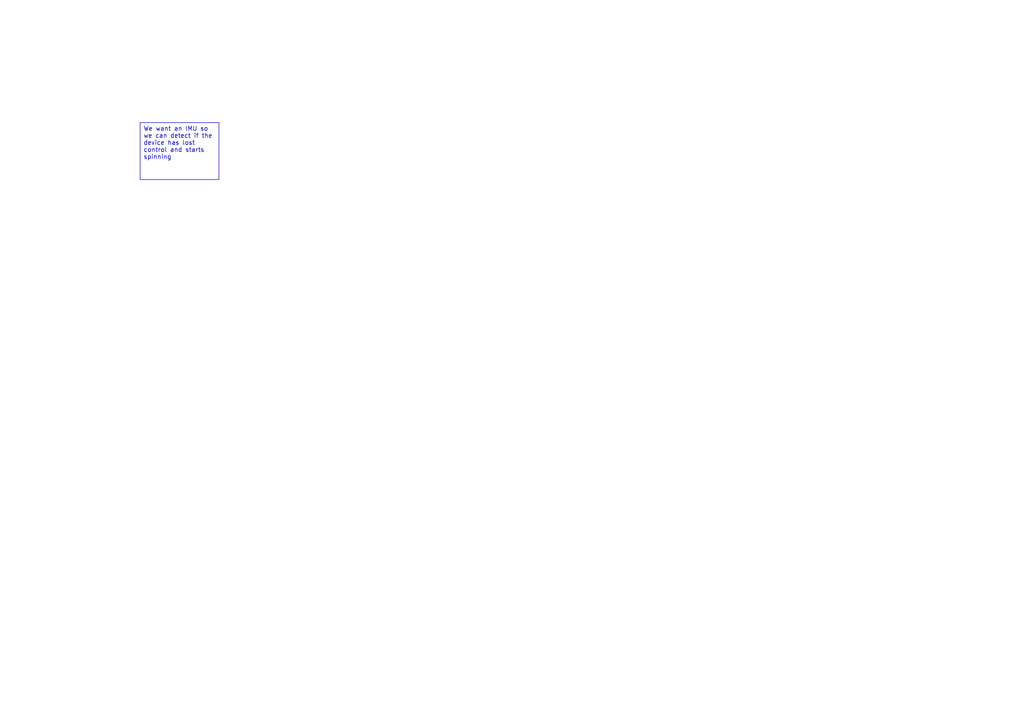
<source format=kicad_sch>
(kicad_sch
	(version 20250114)
	(generator "eeschema")
	(generator_version "9.0")
	(uuid "2ff3ad58-925a-48fa-8041-40fb8b1cec1d")
	(paper "A4")
	(lib_symbols)
	(text_box "We want an IMU so we can detect if the device has lost control and starts spinning"
		(exclude_from_sim no)
		(at 40.64 35.56 0)
		(size 22.86 16.51)
		(margins 0.9525 0.9525 0.9525 0.9525)
		(stroke
			(width 0)
			(type default)
		)
		(fill
			(type none)
		)
		(effects
			(font
				(size 1.27 1.27)
			)
			(justify left top)
		)
		(uuid "e8b9812e-1c6e-4557-a345-7d74cbb3fb94")
	)
)

</source>
